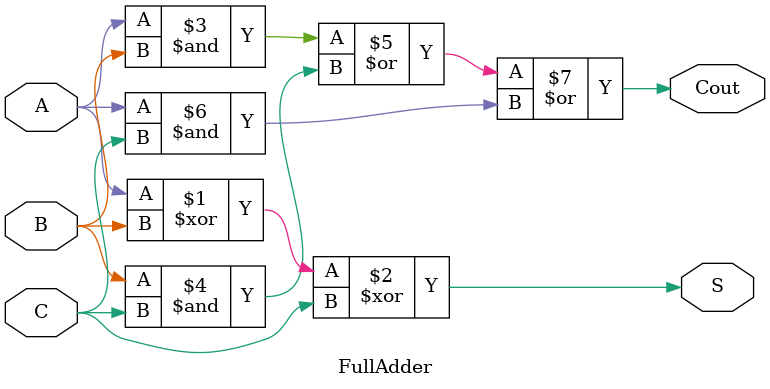
<source format=v>
module FullAdder
(
	input A, 
	input B,
	input C,
	output S,
	output Cout
);

assign S = (A ^ B ^ C);
assign Cout = (A & B) | (B & C) | (A & C);

endmodule

</source>
